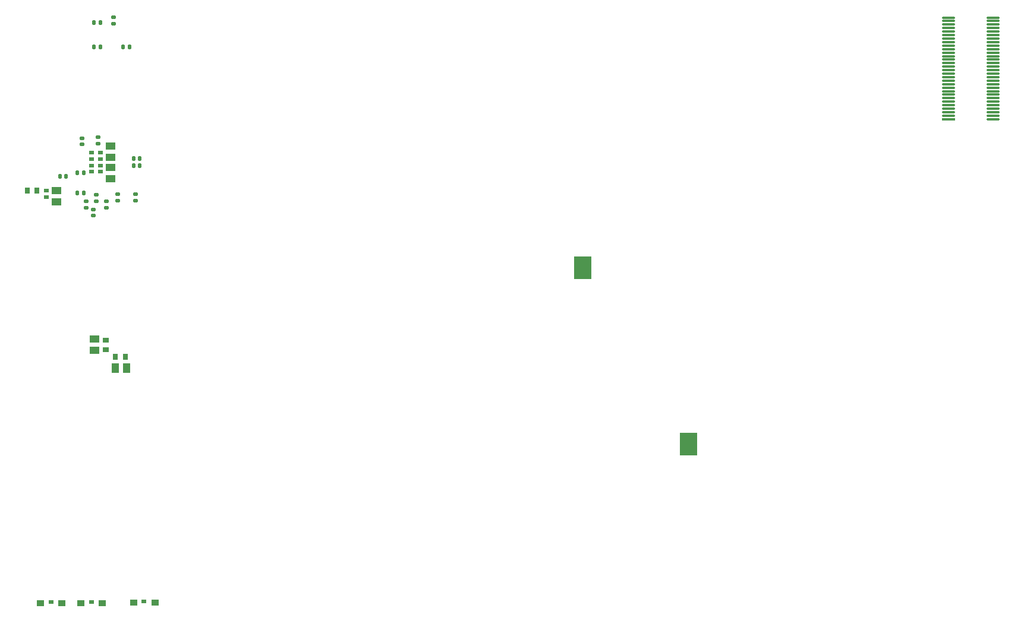
<source format=gbp>
G04*
G04 #@! TF.GenerationSoftware,Altium Limited,Altium Designer,25.2.1 (25)*
G04*
G04 Layer_Color=128*
%FSLAX44Y44*%
%MOMM*%
G71*
G04*
G04 #@! TF.SameCoordinates,A23D3B39-E9B1-4969-97C3-F5C5B3B73B29*
G04*
G04*
G04 #@! TF.FilePolarity,Positive*
G04*
G01*
G75*
G04:AMPARAMS|DCode=26|XSize=0.6mm|YSize=0.5mm|CornerRadius=0.05mm|HoleSize=0mm|Usage=FLASHONLY|Rotation=180.000|XOffset=0mm|YOffset=0mm|HoleType=Round|Shape=RoundedRectangle|*
%AMROUNDEDRECTD26*
21,1,0.6000,0.4000,0,0,180.0*
21,1,0.5000,0.5000,0,0,180.0*
1,1,0.1000,-0.2500,0.2000*
1,1,0.1000,0.2500,0.2000*
1,1,0.1000,0.2500,-0.2000*
1,1,0.1000,-0.2500,-0.2000*
%
%ADD26ROUNDEDRECTD26*%
G04:AMPARAMS|DCode=33|XSize=0.5mm|YSize=0.6mm|CornerRadius=0.05mm|HoleSize=0mm|Usage=FLASHONLY|Rotation=0.000|XOffset=0mm|YOffset=0mm|HoleType=Round|Shape=RoundedRectangle|*
%AMROUNDEDRECTD33*
21,1,0.5000,0.5000,0,0,0.0*
21,1,0.4000,0.6000,0,0,0.0*
1,1,0.1000,0.2000,-0.2500*
1,1,0.1000,-0.2000,-0.2500*
1,1,0.1000,-0.2000,0.2500*
1,1,0.1000,0.2000,0.2500*
%
%ADD33ROUNDEDRECTD33*%
%ADD34R,1.4000X1.0000*%
%ADD35R,1.0000X1.4000*%
G04:AMPARAMS|DCode=36|XSize=0.5mm|YSize=0.6mm|CornerRadius=0.05mm|HoleSize=0mm|Usage=FLASHONLY|Rotation=90.000|XOffset=0mm|YOffset=0mm|HoleType=Round|Shape=RoundedRectangle|*
%AMROUNDEDRECTD36*
21,1,0.5000,0.5000,0,0,90.0*
21,1,0.4000,0.6000,0,0,90.0*
1,1,0.1000,0.2500,0.2000*
1,1,0.1000,0.2500,-0.2000*
1,1,0.1000,-0.2500,-0.2000*
1,1,0.1000,-0.2500,0.2000*
%
%ADD36ROUNDEDRECTD36*%
%ADD40R,0.8000X0.5000*%
%ADD183O,1.9000X0.3000*%
%ADD184R,1.9000X0.3000*%
%ADD185R,0.8000X0.8500*%
%ADD186R,0.8500X0.8000*%
%ADD187R,1.0000X0.9000*%
%ADD188R,0.8000X0.6000*%
G36*
X1045250Y241000D02*
Y273000D01*
X1021250D01*
Y241000D01*
X1045250D01*
D02*
G37*
G36*
X870750Y524500D02*
Y492500D01*
X894750D01*
Y524500D01*
X870750D01*
D02*
G37*
D26*
X175250Y603050D02*
D03*
Y594050D02*
D03*
X185316Y582369D02*
D03*
Y591369D02*
D03*
X204250Y603050D02*
D03*
Y594050D02*
D03*
D33*
X146800Y638550D02*
D03*
X137700D02*
D03*
X162700Y643550D02*
D03*
X171800D02*
D03*
X227700Y823000D02*
D03*
X236800D02*
D03*
X186700D02*
D03*
X195800D02*
D03*
X186700Y858000D02*
D03*
X195800D02*
D03*
X242700Y653550D02*
D03*
X251800D02*
D03*
X171800Y614550D02*
D03*
X162700D02*
D03*
X242700Y663550D02*
D03*
X251800D02*
D03*
D34*
X210250Y665550D02*
D03*
Y681550D02*
D03*
Y651550D02*
D03*
Y635550D02*
D03*
X187500Y390250D02*
D03*
Y406250D02*
D03*
X133250Y602550D02*
D03*
Y618550D02*
D03*
D35*
X216750Y365500D02*
D03*
X232750D02*
D03*
D36*
X245250Y604000D02*
D03*
Y613100D02*
D03*
X220250Y604000D02*
D03*
Y613100D02*
D03*
X192250Y694100D02*
D03*
Y685000D02*
D03*
X169250Y693100D02*
D03*
Y684000D02*
D03*
X214250Y865550D02*
D03*
Y856450D02*
D03*
X189250Y612100D02*
D03*
Y603000D02*
D03*
D40*
X118250Y609000D02*
D03*
Y618100D02*
D03*
X195250Y672100D02*
D03*
Y663000D02*
D03*
X183250Y645000D02*
D03*
Y654100D02*
D03*
X195250Y645000D02*
D03*
Y654100D02*
D03*
X183250Y672100D02*
D03*
Y663000D02*
D03*
D183*
X1467000Y720000D02*
D03*
Y725000D02*
D03*
Y730000D02*
D03*
Y735000D02*
D03*
Y740000D02*
D03*
Y745000D02*
D03*
Y750000D02*
D03*
Y755000D02*
D03*
Y760000D02*
D03*
Y765000D02*
D03*
Y770000D02*
D03*
Y775000D02*
D03*
Y780000D02*
D03*
Y785000D02*
D03*
Y790000D02*
D03*
Y795000D02*
D03*
Y800000D02*
D03*
Y805000D02*
D03*
Y810000D02*
D03*
Y815000D02*
D03*
Y820000D02*
D03*
Y825000D02*
D03*
Y830000D02*
D03*
Y835000D02*
D03*
Y840000D02*
D03*
Y845000D02*
D03*
Y850000D02*
D03*
Y855000D02*
D03*
Y860000D02*
D03*
Y865000D02*
D03*
X1404000D02*
D03*
Y860000D02*
D03*
Y855000D02*
D03*
Y850000D02*
D03*
Y845000D02*
D03*
Y840000D02*
D03*
Y835000D02*
D03*
Y830000D02*
D03*
Y825000D02*
D03*
Y820000D02*
D03*
Y815000D02*
D03*
Y810000D02*
D03*
Y805000D02*
D03*
Y800000D02*
D03*
Y795000D02*
D03*
Y790000D02*
D03*
Y785000D02*
D03*
Y780000D02*
D03*
Y775000D02*
D03*
Y770000D02*
D03*
Y765000D02*
D03*
Y760000D02*
D03*
Y755000D02*
D03*
Y750000D02*
D03*
Y745000D02*
D03*
Y740000D02*
D03*
Y735000D02*
D03*
Y730000D02*
D03*
Y725000D02*
D03*
D184*
Y720000D02*
D03*
D185*
X91250Y618550D02*
D03*
X105250D02*
D03*
X216750Y381250D02*
D03*
X230750D02*
D03*
D186*
X203500Y391000D02*
D03*
Y405000D02*
D03*
D187*
X110250Y30000D02*
D03*
X140750D02*
D03*
X167750D02*
D03*
X198250D02*
D03*
X242750Y31000D02*
D03*
X273250D02*
D03*
D188*
X125250Y31500D02*
D03*
X182750D02*
D03*
X257750Y32500D02*
D03*
M02*

</source>
